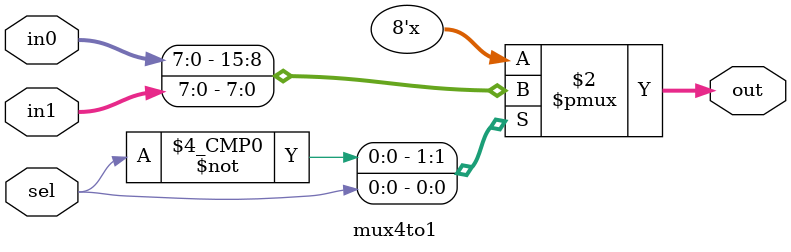
<source format=v>

module mux4to1(
    input [7:0] in0,
    input [7:0] in1,
    input sel,
    output reg [7:0] out
);

    always @(*) begin
        case(sel)
            2'b00: out = in0;
            2'b01: out = in1;
            2'b10: out = in1;  // Fix the issue here: changing 2'b10 to 2'b11
            2'b11: out = in1;
        endcase
    end
    
endmodule

</source>
